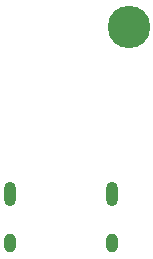
<source format=gbr>
%TF.GenerationSoftware,KiCad,Pcbnew,8.0.7*%
%TF.CreationDate,2024-12-29T17:24:51-05:00*%
%TF.ProjectId,HE75,48453735-2e6b-4696-9361-645f70636258,2.0.0*%
%TF.SameCoordinates,Original*%
%TF.FileFunction,Copper,L3,Inr*%
%TF.FilePolarity,Positive*%
%FSLAX46Y46*%
G04 Gerber Fmt 4.6, Leading zero omitted, Abs format (unit mm)*
G04 Created by KiCad (PCBNEW 8.0.7) date 2024-12-29 17:24:51*
%MOMM*%
%LPD*%
G01*
G04 APERTURE LIST*
%TA.AperFunction,ComponentPad*%
%ADD10O,1.000000X2.100000*%
%TD*%
%TA.AperFunction,ComponentPad*%
%ADD11O,1.000000X1.600000*%
%TD*%
%TA.AperFunction,ComponentPad*%
%ADD12C,3.600000*%
%TD*%
G04 APERTURE END LIST*
D10*
%TO.N,GNDPWR*%
%TO.C,J1*%
X150942446Y88344971D03*
D11*
X150942446Y84164971D03*
D10*
X159582446Y88344971D03*
D11*
X159582446Y84164971D03*
%TD*%
D12*
%TO.N,GNDPWR*%
%TO.C,H1*%
X161012446Y102494971D03*
%TD*%
M02*

</source>
